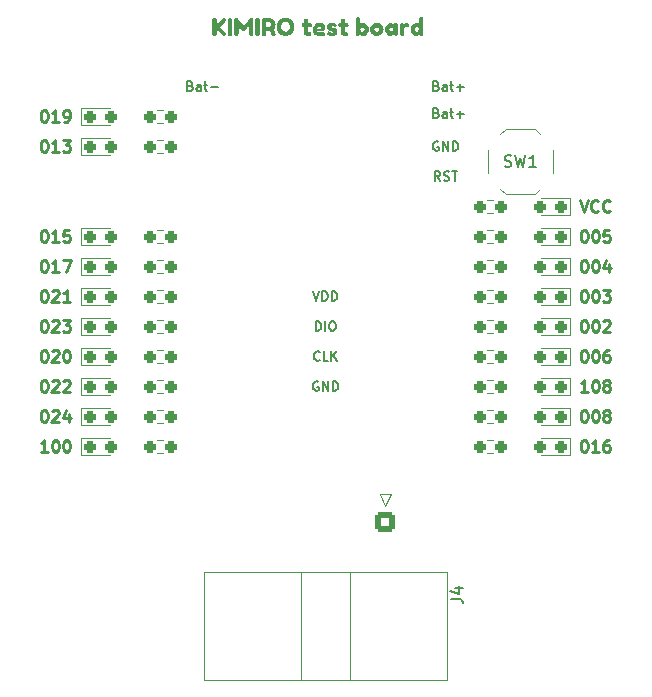
<source format=gbr>
G04 #@! TF.GenerationSoftware,KiCad,Pcbnew,(6.0.6)*
G04 #@! TF.CreationDate,2022-08-01T11:38:01+07:00*
G04 #@! TF.ProjectId,flashbed,666c6173-6862-4656-942e-6b696361645f,rev?*
G04 #@! TF.SameCoordinates,Original*
G04 #@! TF.FileFunction,Legend,Top*
G04 #@! TF.FilePolarity,Positive*
%FSLAX46Y46*%
G04 Gerber Fmt 4.6, Leading zero omitted, Abs format (unit mm)*
G04 Created by KiCad (PCBNEW (6.0.6)) date 2022-08-01 11:38:01*
%MOMM*%
%LPD*%
G01*
G04 APERTURE LIST*
G04 Aperture macros list*
%AMRoundRect*
0 Rectangle with rounded corners*
0 $1 Rounding radius*
0 $2 $3 $4 $5 $6 $7 $8 $9 X,Y pos of 4 corners*
0 Add a 4 corners polygon primitive as box body*
4,1,4,$2,$3,$4,$5,$6,$7,$8,$9,$2,$3,0*
0 Add four circle primitives for the rounded corners*
1,1,$1+$1,$2,$3*
1,1,$1+$1,$4,$5*
1,1,$1+$1,$6,$7*
1,1,$1+$1,$8,$9*
0 Add four rect primitives between the rounded corners*
20,1,$1+$1,$2,$3,$4,$5,0*
20,1,$1+$1,$4,$5,$6,$7,0*
20,1,$1+$1,$6,$7,$8,$9,0*
20,1,$1+$1,$8,$9,$2,$3,0*%
G04 Aperture macros list end*
%ADD10C,0.200000*%
%ADD11C,0.250000*%
%ADD12C,0.150000*%
%ADD13C,0.120000*%
%ADD14RoundRect,0.237500X-0.287500X-0.237500X0.287500X-0.237500X0.287500X0.237500X-0.287500X0.237500X0*%
%ADD15R,1.700000X1.000000*%
%ADD16RoundRect,0.237500X0.250000X0.237500X-0.250000X0.237500X-0.250000X-0.237500X0.250000X-0.237500X0*%
%ADD17C,2.000000*%
%ADD18RoundRect,0.237500X-0.250000X-0.237500X0.250000X-0.237500X0.250000X0.237500X-0.250000X0.237500X0*%
%ADD19RoundRect,0.237500X0.287500X0.237500X-0.287500X0.237500X-0.287500X-0.237500X0.287500X-0.237500X0*%
%ADD20RoundRect,0.250000X-0.600000X0.600000X-0.600000X-0.600000X0.600000X-0.600000X0.600000X0.600000X0*%
%ADD21C,1.700000*%
%ADD22C,0.800000*%
%ADD23C,6.400000*%
G04 APERTURE END LIST*
D10*
X81483333Y-51631904D02*
X81750000Y-52431904D01*
X82016666Y-51631904D01*
X82283333Y-52431904D02*
X82283333Y-51631904D01*
X82473809Y-51631904D01*
X82588095Y-51670000D01*
X82664285Y-51746190D01*
X82702380Y-51822380D01*
X82740476Y-51974761D01*
X82740476Y-52089047D01*
X82702380Y-52241428D01*
X82664285Y-52317619D01*
X82588095Y-52393809D01*
X82473809Y-52431904D01*
X82283333Y-52431904D01*
X83083333Y-52431904D02*
X83083333Y-51631904D01*
X83273809Y-51631904D01*
X83388095Y-51670000D01*
X83464285Y-51746190D01*
X83502380Y-51822380D01*
X83540476Y-51974761D01*
X83540476Y-52089047D01*
X83502380Y-52241428D01*
X83464285Y-52317619D01*
X83388095Y-52393809D01*
X83273809Y-52431904D01*
X83083333Y-52431904D01*
X71107428Y-34232857D02*
X71221714Y-34270952D01*
X71259809Y-34309047D01*
X71297904Y-34385238D01*
X71297904Y-34499523D01*
X71259809Y-34575714D01*
X71221714Y-34613809D01*
X71145523Y-34651904D01*
X70840761Y-34651904D01*
X70840761Y-33851904D01*
X71107428Y-33851904D01*
X71183619Y-33890000D01*
X71221714Y-33928095D01*
X71259809Y-34004285D01*
X71259809Y-34080476D01*
X71221714Y-34156666D01*
X71183619Y-34194761D01*
X71107428Y-34232857D01*
X70840761Y-34232857D01*
X71983619Y-34651904D02*
X71983619Y-34232857D01*
X71945523Y-34156666D01*
X71869333Y-34118571D01*
X71716952Y-34118571D01*
X71640761Y-34156666D01*
X71983619Y-34613809D02*
X71907428Y-34651904D01*
X71716952Y-34651904D01*
X71640761Y-34613809D01*
X71602666Y-34537619D01*
X71602666Y-34461428D01*
X71640761Y-34385238D01*
X71716952Y-34347142D01*
X71907428Y-34347142D01*
X71983619Y-34309047D01*
X72250285Y-34118571D02*
X72555047Y-34118571D01*
X72364571Y-33851904D02*
X72364571Y-34537619D01*
X72402666Y-34613809D01*
X72478857Y-34651904D01*
X72555047Y-34651904D01*
X72821714Y-34347142D02*
X73431238Y-34347142D01*
X81730952Y-54971904D02*
X81730952Y-54171904D01*
X81921428Y-54171904D01*
X82035714Y-54210000D01*
X82111904Y-54286190D01*
X82150000Y-54362380D01*
X82188095Y-54514761D01*
X82188095Y-54629047D01*
X82150000Y-54781428D01*
X82111904Y-54857619D01*
X82035714Y-54933809D01*
X81921428Y-54971904D01*
X81730952Y-54971904D01*
X82530952Y-54971904D02*
X82530952Y-54171904D01*
X83064285Y-54171904D02*
X83216666Y-54171904D01*
X83292857Y-54210000D01*
X83369047Y-54286190D01*
X83407142Y-54438571D01*
X83407142Y-54705238D01*
X83369047Y-54857619D01*
X83292857Y-54933809D01*
X83216666Y-54971904D01*
X83064285Y-54971904D01*
X82988095Y-54933809D01*
X82911904Y-54857619D01*
X82873809Y-54705238D01*
X82873809Y-54438571D01*
X82911904Y-54286190D01*
X82988095Y-54210000D01*
X83064285Y-54171904D01*
X91935428Y-34232857D02*
X92049714Y-34270952D01*
X92087809Y-34309047D01*
X92125904Y-34385238D01*
X92125904Y-34499523D01*
X92087809Y-34575714D01*
X92049714Y-34613809D01*
X91973523Y-34651904D01*
X91668761Y-34651904D01*
X91668761Y-33851904D01*
X91935428Y-33851904D01*
X92011619Y-33890000D01*
X92049714Y-33928095D01*
X92087809Y-34004285D01*
X92087809Y-34080476D01*
X92049714Y-34156666D01*
X92011619Y-34194761D01*
X91935428Y-34232857D01*
X91668761Y-34232857D01*
X92811619Y-34651904D02*
X92811619Y-34232857D01*
X92773523Y-34156666D01*
X92697333Y-34118571D01*
X92544952Y-34118571D01*
X92468761Y-34156666D01*
X92811619Y-34613809D02*
X92735428Y-34651904D01*
X92544952Y-34651904D01*
X92468761Y-34613809D01*
X92430666Y-34537619D01*
X92430666Y-34461428D01*
X92468761Y-34385238D01*
X92544952Y-34347142D01*
X92735428Y-34347142D01*
X92811619Y-34309047D01*
X93078285Y-34118571D02*
X93383047Y-34118571D01*
X93192571Y-33851904D02*
X93192571Y-34537619D01*
X93230666Y-34613809D01*
X93306857Y-34651904D01*
X93383047Y-34651904D01*
X93649714Y-34347142D02*
X94259238Y-34347142D01*
X93954476Y-34651904D02*
X93954476Y-34042380D01*
X81940476Y-59290000D02*
X81864285Y-59251904D01*
X81750000Y-59251904D01*
X81635714Y-59290000D01*
X81559523Y-59366190D01*
X81521428Y-59442380D01*
X81483333Y-59594761D01*
X81483333Y-59709047D01*
X81521428Y-59861428D01*
X81559523Y-59937619D01*
X81635714Y-60013809D01*
X81750000Y-60051904D01*
X81826190Y-60051904D01*
X81940476Y-60013809D01*
X81978571Y-59975714D01*
X81978571Y-59709047D01*
X81826190Y-59709047D01*
X82321428Y-60051904D02*
X82321428Y-59251904D01*
X82778571Y-60051904D01*
X82778571Y-59251904D01*
X83159523Y-60051904D02*
X83159523Y-59251904D01*
X83350000Y-59251904D01*
X83464285Y-59290000D01*
X83540476Y-59366190D01*
X83578571Y-59442380D01*
X83616666Y-59594761D01*
X83616666Y-59709047D01*
X83578571Y-59861428D01*
X83540476Y-59937619D01*
X83464285Y-60013809D01*
X83350000Y-60051904D01*
X83159523Y-60051904D01*
X91935428Y-36518857D02*
X92049714Y-36556952D01*
X92087809Y-36595047D01*
X92125904Y-36671238D01*
X92125904Y-36785523D01*
X92087809Y-36861714D01*
X92049714Y-36899809D01*
X91973523Y-36937904D01*
X91668761Y-36937904D01*
X91668761Y-36137904D01*
X91935428Y-36137904D01*
X92011619Y-36176000D01*
X92049714Y-36214095D01*
X92087809Y-36290285D01*
X92087809Y-36366476D01*
X92049714Y-36442666D01*
X92011619Y-36480761D01*
X91935428Y-36518857D01*
X91668761Y-36518857D01*
X92811619Y-36937904D02*
X92811619Y-36518857D01*
X92773523Y-36442666D01*
X92697333Y-36404571D01*
X92544952Y-36404571D01*
X92468761Y-36442666D01*
X92811619Y-36899809D02*
X92735428Y-36937904D01*
X92544952Y-36937904D01*
X92468761Y-36899809D01*
X92430666Y-36823619D01*
X92430666Y-36747428D01*
X92468761Y-36671238D01*
X92544952Y-36633142D01*
X92735428Y-36633142D01*
X92811619Y-36595047D01*
X93078285Y-36404571D02*
X93383047Y-36404571D01*
X93192571Y-36137904D02*
X93192571Y-36823619D01*
X93230666Y-36899809D01*
X93306857Y-36937904D01*
X93383047Y-36937904D01*
X93649714Y-36633142D02*
X94259238Y-36633142D01*
X93954476Y-36937904D02*
X93954476Y-36328380D01*
X92271904Y-42271904D02*
X92005238Y-41890952D01*
X91814761Y-42271904D02*
X91814761Y-41471904D01*
X92119523Y-41471904D01*
X92195714Y-41510000D01*
X92233809Y-41548095D01*
X92271904Y-41624285D01*
X92271904Y-41738571D01*
X92233809Y-41814761D01*
X92195714Y-41852857D01*
X92119523Y-41890952D01*
X91814761Y-41890952D01*
X92576666Y-42233809D02*
X92690952Y-42271904D01*
X92881428Y-42271904D01*
X92957619Y-42233809D01*
X92995714Y-42195714D01*
X93033809Y-42119523D01*
X93033809Y-42043333D01*
X92995714Y-41967142D01*
X92957619Y-41929047D01*
X92881428Y-41890952D01*
X92729047Y-41852857D01*
X92652857Y-41814761D01*
X92614761Y-41776666D01*
X92576666Y-41700476D01*
X92576666Y-41624285D01*
X92614761Y-41548095D01*
X92652857Y-41510000D01*
X92729047Y-41471904D01*
X92919523Y-41471904D01*
X93033809Y-41510000D01*
X93262380Y-41471904D02*
X93719523Y-41471904D01*
X93490952Y-42271904D02*
X93490952Y-41471904D01*
X82073809Y-57435714D02*
X82035714Y-57473809D01*
X81921428Y-57511904D01*
X81845238Y-57511904D01*
X81730952Y-57473809D01*
X81654761Y-57397619D01*
X81616666Y-57321428D01*
X81578571Y-57169047D01*
X81578571Y-57054761D01*
X81616666Y-56902380D01*
X81654761Y-56826190D01*
X81730952Y-56750000D01*
X81845238Y-56711904D01*
X81921428Y-56711904D01*
X82035714Y-56750000D01*
X82073809Y-56788095D01*
X82797619Y-57511904D02*
X82416666Y-57511904D01*
X82416666Y-56711904D01*
X83064285Y-57511904D02*
X83064285Y-56711904D01*
X83521428Y-57511904D02*
X83178571Y-57054761D01*
X83521428Y-56711904D02*
X83064285Y-57169047D01*
X92100476Y-38970000D02*
X92024285Y-38931904D01*
X91910000Y-38931904D01*
X91795714Y-38970000D01*
X91719523Y-39046190D01*
X91681428Y-39122380D01*
X91643333Y-39274761D01*
X91643333Y-39389047D01*
X91681428Y-39541428D01*
X91719523Y-39617619D01*
X91795714Y-39693809D01*
X91910000Y-39731904D01*
X91986190Y-39731904D01*
X92100476Y-39693809D01*
X92138571Y-39655714D01*
X92138571Y-39389047D01*
X91986190Y-39389047D01*
X92481428Y-39731904D02*
X92481428Y-38931904D01*
X92938571Y-39731904D01*
X92938571Y-38931904D01*
X93319523Y-39731904D02*
X93319523Y-38931904D01*
X93510000Y-38931904D01*
X93624285Y-38970000D01*
X93700476Y-39046190D01*
X93738571Y-39122380D01*
X93776666Y-39274761D01*
X93776666Y-39389047D01*
X93738571Y-39541428D01*
X93700476Y-39617619D01*
X93624285Y-39693809D01*
X93510000Y-39731904D01*
X93319523Y-39731904D01*
D11*
X58690000Y-36282380D02*
X58785238Y-36282380D01*
X58880476Y-36330000D01*
X58928095Y-36377619D01*
X58975714Y-36472857D01*
X59023333Y-36663333D01*
X59023333Y-36901428D01*
X58975714Y-37091904D01*
X58928095Y-37187142D01*
X58880476Y-37234761D01*
X58785238Y-37282380D01*
X58690000Y-37282380D01*
X58594761Y-37234761D01*
X58547142Y-37187142D01*
X58499523Y-37091904D01*
X58451904Y-36901428D01*
X58451904Y-36663333D01*
X58499523Y-36472857D01*
X58547142Y-36377619D01*
X58594761Y-36330000D01*
X58690000Y-36282380D01*
X59975714Y-37282380D02*
X59404285Y-37282380D01*
X59690000Y-37282380D02*
X59690000Y-36282380D01*
X59594761Y-36425238D01*
X59499523Y-36520476D01*
X59404285Y-36568095D01*
X60451904Y-37282380D02*
X60642380Y-37282380D01*
X60737619Y-37234761D01*
X60785238Y-37187142D01*
X60880476Y-37044285D01*
X60928095Y-36853809D01*
X60928095Y-36472857D01*
X60880476Y-36377619D01*
X60832857Y-36330000D01*
X60737619Y-36282380D01*
X60547142Y-36282380D01*
X60451904Y-36330000D01*
X60404285Y-36377619D01*
X60356666Y-36472857D01*
X60356666Y-36710952D01*
X60404285Y-36806190D01*
X60451904Y-36853809D01*
X60547142Y-36901428D01*
X60737619Y-36901428D01*
X60832857Y-36853809D01*
X60880476Y-36806190D01*
X60928095Y-36710952D01*
D12*
X97726666Y-41044761D02*
X97869523Y-41092380D01*
X98107619Y-41092380D01*
X98202857Y-41044761D01*
X98250476Y-40997142D01*
X98298095Y-40901904D01*
X98298095Y-40806666D01*
X98250476Y-40711428D01*
X98202857Y-40663809D01*
X98107619Y-40616190D01*
X97917142Y-40568571D01*
X97821904Y-40520952D01*
X97774285Y-40473333D01*
X97726666Y-40378095D01*
X97726666Y-40282857D01*
X97774285Y-40187619D01*
X97821904Y-40140000D01*
X97917142Y-40092380D01*
X98155238Y-40092380D01*
X98298095Y-40140000D01*
X98631428Y-40092380D02*
X98869523Y-41092380D01*
X99060000Y-40378095D01*
X99250476Y-41092380D01*
X99488571Y-40092380D01*
X100393333Y-41092380D02*
X99821904Y-41092380D01*
X100107619Y-41092380D02*
X100107619Y-40092380D01*
X100012380Y-40235238D01*
X99917142Y-40330476D01*
X99821904Y-40378095D01*
D11*
X104410000Y-64222380D02*
X104505238Y-64222380D01*
X104600476Y-64270000D01*
X104648095Y-64317619D01*
X104695714Y-64412857D01*
X104743333Y-64603333D01*
X104743333Y-64841428D01*
X104695714Y-65031904D01*
X104648095Y-65127142D01*
X104600476Y-65174761D01*
X104505238Y-65222380D01*
X104410000Y-65222380D01*
X104314761Y-65174761D01*
X104267142Y-65127142D01*
X104219523Y-65031904D01*
X104171904Y-64841428D01*
X104171904Y-64603333D01*
X104219523Y-64412857D01*
X104267142Y-64317619D01*
X104314761Y-64270000D01*
X104410000Y-64222380D01*
X105695714Y-65222380D02*
X105124285Y-65222380D01*
X105410000Y-65222380D02*
X105410000Y-64222380D01*
X105314761Y-64365238D01*
X105219523Y-64460476D01*
X105124285Y-64508095D01*
X106552857Y-64222380D02*
X106362380Y-64222380D01*
X106267142Y-64270000D01*
X106219523Y-64317619D01*
X106124285Y-64460476D01*
X106076666Y-64650952D01*
X106076666Y-65031904D01*
X106124285Y-65127142D01*
X106171904Y-65174761D01*
X106267142Y-65222380D01*
X106457619Y-65222380D01*
X106552857Y-65174761D01*
X106600476Y-65127142D01*
X106648095Y-65031904D01*
X106648095Y-64793809D01*
X106600476Y-64698571D01*
X106552857Y-64650952D01*
X106457619Y-64603333D01*
X106267142Y-64603333D01*
X106171904Y-64650952D01*
X106124285Y-64698571D01*
X106076666Y-64793809D01*
X104410000Y-51522380D02*
X104505238Y-51522380D01*
X104600476Y-51570000D01*
X104648095Y-51617619D01*
X104695714Y-51712857D01*
X104743333Y-51903333D01*
X104743333Y-52141428D01*
X104695714Y-52331904D01*
X104648095Y-52427142D01*
X104600476Y-52474761D01*
X104505238Y-52522380D01*
X104410000Y-52522380D01*
X104314761Y-52474761D01*
X104267142Y-52427142D01*
X104219523Y-52331904D01*
X104171904Y-52141428D01*
X104171904Y-51903333D01*
X104219523Y-51712857D01*
X104267142Y-51617619D01*
X104314761Y-51570000D01*
X104410000Y-51522380D01*
X105362380Y-51522380D02*
X105457619Y-51522380D01*
X105552857Y-51570000D01*
X105600476Y-51617619D01*
X105648095Y-51712857D01*
X105695714Y-51903333D01*
X105695714Y-52141428D01*
X105648095Y-52331904D01*
X105600476Y-52427142D01*
X105552857Y-52474761D01*
X105457619Y-52522380D01*
X105362380Y-52522380D01*
X105267142Y-52474761D01*
X105219523Y-52427142D01*
X105171904Y-52331904D01*
X105124285Y-52141428D01*
X105124285Y-51903333D01*
X105171904Y-51712857D01*
X105219523Y-51617619D01*
X105267142Y-51570000D01*
X105362380Y-51522380D01*
X106029047Y-51522380D02*
X106648095Y-51522380D01*
X106314761Y-51903333D01*
X106457619Y-51903333D01*
X106552857Y-51950952D01*
X106600476Y-51998571D01*
X106648095Y-52093809D01*
X106648095Y-52331904D01*
X106600476Y-52427142D01*
X106552857Y-52474761D01*
X106457619Y-52522380D01*
X106171904Y-52522380D01*
X106076666Y-52474761D01*
X106029047Y-52427142D01*
X58690000Y-38822380D02*
X58785238Y-38822380D01*
X58880476Y-38870000D01*
X58928095Y-38917619D01*
X58975714Y-39012857D01*
X59023333Y-39203333D01*
X59023333Y-39441428D01*
X58975714Y-39631904D01*
X58928095Y-39727142D01*
X58880476Y-39774761D01*
X58785238Y-39822380D01*
X58690000Y-39822380D01*
X58594761Y-39774761D01*
X58547142Y-39727142D01*
X58499523Y-39631904D01*
X58451904Y-39441428D01*
X58451904Y-39203333D01*
X58499523Y-39012857D01*
X58547142Y-38917619D01*
X58594761Y-38870000D01*
X58690000Y-38822380D01*
X59975714Y-39822380D02*
X59404285Y-39822380D01*
X59690000Y-39822380D02*
X59690000Y-38822380D01*
X59594761Y-38965238D01*
X59499523Y-39060476D01*
X59404285Y-39108095D01*
X60309047Y-38822380D02*
X60928095Y-38822380D01*
X60594761Y-39203333D01*
X60737619Y-39203333D01*
X60832857Y-39250952D01*
X60880476Y-39298571D01*
X60928095Y-39393809D01*
X60928095Y-39631904D01*
X60880476Y-39727142D01*
X60832857Y-39774761D01*
X60737619Y-39822380D01*
X60451904Y-39822380D01*
X60356666Y-39774761D01*
X60309047Y-39727142D01*
X104410000Y-54062380D02*
X104505238Y-54062380D01*
X104600476Y-54110000D01*
X104648095Y-54157619D01*
X104695714Y-54252857D01*
X104743333Y-54443333D01*
X104743333Y-54681428D01*
X104695714Y-54871904D01*
X104648095Y-54967142D01*
X104600476Y-55014761D01*
X104505238Y-55062380D01*
X104410000Y-55062380D01*
X104314761Y-55014761D01*
X104267142Y-54967142D01*
X104219523Y-54871904D01*
X104171904Y-54681428D01*
X104171904Y-54443333D01*
X104219523Y-54252857D01*
X104267142Y-54157619D01*
X104314761Y-54110000D01*
X104410000Y-54062380D01*
X105362380Y-54062380D02*
X105457619Y-54062380D01*
X105552857Y-54110000D01*
X105600476Y-54157619D01*
X105648095Y-54252857D01*
X105695714Y-54443333D01*
X105695714Y-54681428D01*
X105648095Y-54871904D01*
X105600476Y-54967142D01*
X105552857Y-55014761D01*
X105457619Y-55062380D01*
X105362380Y-55062380D01*
X105267142Y-55014761D01*
X105219523Y-54967142D01*
X105171904Y-54871904D01*
X105124285Y-54681428D01*
X105124285Y-54443333D01*
X105171904Y-54252857D01*
X105219523Y-54157619D01*
X105267142Y-54110000D01*
X105362380Y-54062380D01*
X106076666Y-54157619D02*
X106124285Y-54110000D01*
X106219523Y-54062380D01*
X106457619Y-54062380D01*
X106552857Y-54110000D01*
X106600476Y-54157619D01*
X106648095Y-54252857D01*
X106648095Y-54348095D01*
X106600476Y-54490952D01*
X106029047Y-55062380D01*
X106648095Y-55062380D01*
X104743333Y-60142380D02*
X104171904Y-60142380D01*
X104457619Y-60142380D02*
X104457619Y-59142380D01*
X104362380Y-59285238D01*
X104267142Y-59380476D01*
X104171904Y-59428095D01*
X105362380Y-59142380D02*
X105457619Y-59142380D01*
X105552857Y-59190000D01*
X105600476Y-59237619D01*
X105648095Y-59332857D01*
X105695714Y-59523333D01*
X105695714Y-59761428D01*
X105648095Y-59951904D01*
X105600476Y-60047142D01*
X105552857Y-60094761D01*
X105457619Y-60142380D01*
X105362380Y-60142380D01*
X105267142Y-60094761D01*
X105219523Y-60047142D01*
X105171904Y-59951904D01*
X105124285Y-59761428D01*
X105124285Y-59523333D01*
X105171904Y-59332857D01*
X105219523Y-59237619D01*
X105267142Y-59190000D01*
X105362380Y-59142380D01*
X106267142Y-59570952D02*
X106171904Y-59523333D01*
X106124285Y-59475714D01*
X106076666Y-59380476D01*
X106076666Y-59332857D01*
X106124285Y-59237619D01*
X106171904Y-59190000D01*
X106267142Y-59142380D01*
X106457619Y-59142380D01*
X106552857Y-59190000D01*
X106600476Y-59237619D01*
X106648095Y-59332857D01*
X106648095Y-59380476D01*
X106600476Y-59475714D01*
X106552857Y-59523333D01*
X106457619Y-59570952D01*
X106267142Y-59570952D01*
X106171904Y-59618571D01*
X106124285Y-59666190D01*
X106076666Y-59761428D01*
X106076666Y-59951904D01*
X106124285Y-60047142D01*
X106171904Y-60094761D01*
X106267142Y-60142380D01*
X106457619Y-60142380D01*
X106552857Y-60094761D01*
X106600476Y-60047142D01*
X106648095Y-59951904D01*
X106648095Y-59761428D01*
X106600476Y-59666190D01*
X106552857Y-59618571D01*
X106457619Y-59570952D01*
X58690000Y-59142380D02*
X58785238Y-59142380D01*
X58880476Y-59190000D01*
X58928095Y-59237619D01*
X58975714Y-59332857D01*
X59023333Y-59523333D01*
X59023333Y-59761428D01*
X58975714Y-59951904D01*
X58928095Y-60047142D01*
X58880476Y-60094761D01*
X58785238Y-60142380D01*
X58690000Y-60142380D01*
X58594761Y-60094761D01*
X58547142Y-60047142D01*
X58499523Y-59951904D01*
X58451904Y-59761428D01*
X58451904Y-59523333D01*
X58499523Y-59332857D01*
X58547142Y-59237619D01*
X58594761Y-59190000D01*
X58690000Y-59142380D01*
X59404285Y-59237619D02*
X59451904Y-59190000D01*
X59547142Y-59142380D01*
X59785238Y-59142380D01*
X59880476Y-59190000D01*
X59928095Y-59237619D01*
X59975714Y-59332857D01*
X59975714Y-59428095D01*
X59928095Y-59570952D01*
X59356666Y-60142380D01*
X59975714Y-60142380D01*
X60356666Y-59237619D02*
X60404285Y-59190000D01*
X60499523Y-59142380D01*
X60737619Y-59142380D01*
X60832857Y-59190000D01*
X60880476Y-59237619D01*
X60928095Y-59332857D01*
X60928095Y-59428095D01*
X60880476Y-59570952D01*
X60309047Y-60142380D01*
X60928095Y-60142380D01*
X58690000Y-56602380D02*
X58785238Y-56602380D01*
X58880476Y-56650000D01*
X58928095Y-56697619D01*
X58975714Y-56792857D01*
X59023333Y-56983333D01*
X59023333Y-57221428D01*
X58975714Y-57411904D01*
X58928095Y-57507142D01*
X58880476Y-57554761D01*
X58785238Y-57602380D01*
X58690000Y-57602380D01*
X58594761Y-57554761D01*
X58547142Y-57507142D01*
X58499523Y-57411904D01*
X58451904Y-57221428D01*
X58451904Y-56983333D01*
X58499523Y-56792857D01*
X58547142Y-56697619D01*
X58594761Y-56650000D01*
X58690000Y-56602380D01*
X59404285Y-56697619D02*
X59451904Y-56650000D01*
X59547142Y-56602380D01*
X59785238Y-56602380D01*
X59880476Y-56650000D01*
X59928095Y-56697619D01*
X59975714Y-56792857D01*
X59975714Y-56888095D01*
X59928095Y-57030952D01*
X59356666Y-57602380D01*
X59975714Y-57602380D01*
X60594761Y-56602380D02*
X60690000Y-56602380D01*
X60785238Y-56650000D01*
X60832857Y-56697619D01*
X60880476Y-56792857D01*
X60928095Y-56983333D01*
X60928095Y-57221428D01*
X60880476Y-57411904D01*
X60832857Y-57507142D01*
X60785238Y-57554761D01*
X60690000Y-57602380D01*
X60594761Y-57602380D01*
X60499523Y-57554761D01*
X60451904Y-57507142D01*
X60404285Y-57411904D01*
X60356666Y-57221428D01*
X60356666Y-56983333D01*
X60404285Y-56792857D01*
X60451904Y-56697619D01*
X60499523Y-56650000D01*
X60594761Y-56602380D01*
X58690000Y-46442380D02*
X58785238Y-46442380D01*
X58880476Y-46490000D01*
X58928095Y-46537619D01*
X58975714Y-46632857D01*
X59023333Y-46823333D01*
X59023333Y-47061428D01*
X58975714Y-47251904D01*
X58928095Y-47347142D01*
X58880476Y-47394761D01*
X58785238Y-47442380D01*
X58690000Y-47442380D01*
X58594761Y-47394761D01*
X58547142Y-47347142D01*
X58499523Y-47251904D01*
X58451904Y-47061428D01*
X58451904Y-46823333D01*
X58499523Y-46632857D01*
X58547142Y-46537619D01*
X58594761Y-46490000D01*
X58690000Y-46442380D01*
X59975714Y-47442380D02*
X59404285Y-47442380D01*
X59690000Y-47442380D02*
X59690000Y-46442380D01*
X59594761Y-46585238D01*
X59499523Y-46680476D01*
X59404285Y-46728095D01*
X60880476Y-46442380D02*
X60404285Y-46442380D01*
X60356666Y-46918571D01*
X60404285Y-46870952D01*
X60499523Y-46823333D01*
X60737619Y-46823333D01*
X60832857Y-46870952D01*
X60880476Y-46918571D01*
X60928095Y-47013809D01*
X60928095Y-47251904D01*
X60880476Y-47347142D01*
X60832857Y-47394761D01*
X60737619Y-47442380D01*
X60499523Y-47442380D01*
X60404285Y-47394761D01*
X60356666Y-47347142D01*
X104410000Y-48982380D02*
X104505238Y-48982380D01*
X104600476Y-49030000D01*
X104648095Y-49077619D01*
X104695714Y-49172857D01*
X104743333Y-49363333D01*
X104743333Y-49601428D01*
X104695714Y-49791904D01*
X104648095Y-49887142D01*
X104600476Y-49934761D01*
X104505238Y-49982380D01*
X104410000Y-49982380D01*
X104314761Y-49934761D01*
X104267142Y-49887142D01*
X104219523Y-49791904D01*
X104171904Y-49601428D01*
X104171904Y-49363333D01*
X104219523Y-49172857D01*
X104267142Y-49077619D01*
X104314761Y-49030000D01*
X104410000Y-48982380D01*
X105362380Y-48982380D02*
X105457619Y-48982380D01*
X105552857Y-49030000D01*
X105600476Y-49077619D01*
X105648095Y-49172857D01*
X105695714Y-49363333D01*
X105695714Y-49601428D01*
X105648095Y-49791904D01*
X105600476Y-49887142D01*
X105552857Y-49934761D01*
X105457619Y-49982380D01*
X105362380Y-49982380D01*
X105267142Y-49934761D01*
X105219523Y-49887142D01*
X105171904Y-49791904D01*
X105124285Y-49601428D01*
X105124285Y-49363333D01*
X105171904Y-49172857D01*
X105219523Y-49077619D01*
X105267142Y-49030000D01*
X105362380Y-48982380D01*
X106552857Y-49315714D02*
X106552857Y-49982380D01*
X106314761Y-48934761D02*
X106076666Y-49649047D01*
X106695714Y-49649047D01*
D12*
X93182380Y-77668333D02*
X93896666Y-77668333D01*
X94039523Y-77715952D01*
X94134761Y-77811190D01*
X94182380Y-77954047D01*
X94182380Y-78049285D01*
X93515714Y-76763571D02*
X94182380Y-76763571D01*
X93134761Y-77001666D02*
X93849047Y-77239761D01*
X93849047Y-76620714D01*
D11*
X104076666Y-43902380D02*
X104410000Y-44902380D01*
X104743333Y-43902380D01*
X105648095Y-44807142D02*
X105600476Y-44854761D01*
X105457619Y-44902380D01*
X105362380Y-44902380D01*
X105219523Y-44854761D01*
X105124285Y-44759523D01*
X105076666Y-44664285D01*
X105029047Y-44473809D01*
X105029047Y-44330952D01*
X105076666Y-44140476D01*
X105124285Y-44045238D01*
X105219523Y-43950000D01*
X105362380Y-43902380D01*
X105457619Y-43902380D01*
X105600476Y-43950000D01*
X105648095Y-43997619D01*
X106648095Y-44807142D02*
X106600476Y-44854761D01*
X106457619Y-44902380D01*
X106362380Y-44902380D01*
X106219523Y-44854761D01*
X106124285Y-44759523D01*
X106076666Y-44664285D01*
X106029047Y-44473809D01*
X106029047Y-44330952D01*
X106076666Y-44140476D01*
X106124285Y-44045238D01*
X106219523Y-43950000D01*
X106362380Y-43902380D01*
X106457619Y-43902380D01*
X106600476Y-43950000D01*
X106648095Y-43997619D01*
X58690000Y-61682380D02*
X58785238Y-61682380D01*
X58880476Y-61730000D01*
X58928095Y-61777619D01*
X58975714Y-61872857D01*
X59023333Y-62063333D01*
X59023333Y-62301428D01*
X58975714Y-62491904D01*
X58928095Y-62587142D01*
X58880476Y-62634761D01*
X58785238Y-62682380D01*
X58690000Y-62682380D01*
X58594761Y-62634761D01*
X58547142Y-62587142D01*
X58499523Y-62491904D01*
X58451904Y-62301428D01*
X58451904Y-62063333D01*
X58499523Y-61872857D01*
X58547142Y-61777619D01*
X58594761Y-61730000D01*
X58690000Y-61682380D01*
X59404285Y-61777619D02*
X59451904Y-61730000D01*
X59547142Y-61682380D01*
X59785238Y-61682380D01*
X59880476Y-61730000D01*
X59928095Y-61777619D01*
X59975714Y-61872857D01*
X59975714Y-61968095D01*
X59928095Y-62110952D01*
X59356666Y-62682380D01*
X59975714Y-62682380D01*
X60832857Y-62015714D02*
X60832857Y-62682380D01*
X60594761Y-61634761D02*
X60356666Y-62349047D01*
X60975714Y-62349047D01*
X104410000Y-56602380D02*
X104505238Y-56602380D01*
X104600476Y-56650000D01*
X104648095Y-56697619D01*
X104695714Y-56792857D01*
X104743333Y-56983333D01*
X104743333Y-57221428D01*
X104695714Y-57411904D01*
X104648095Y-57507142D01*
X104600476Y-57554761D01*
X104505238Y-57602380D01*
X104410000Y-57602380D01*
X104314761Y-57554761D01*
X104267142Y-57507142D01*
X104219523Y-57411904D01*
X104171904Y-57221428D01*
X104171904Y-56983333D01*
X104219523Y-56792857D01*
X104267142Y-56697619D01*
X104314761Y-56650000D01*
X104410000Y-56602380D01*
X105362380Y-56602380D02*
X105457619Y-56602380D01*
X105552857Y-56650000D01*
X105600476Y-56697619D01*
X105648095Y-56792857D01*
X105695714Y-56983333D01*
X105695714Y-57221428D01*
X105648095Y-57411904D01*
X105600476Y-57507142D01*
X105552857Y-57554761D01*
X105457619Y-57602380D01*
X105362380Y-57602380D01*
X105267142Y-57554761D01*
X105219523Y-57507142D01*
X105171904Y-57411904D01*
X105124285Y-57221428D01*
X105124285Y-56983333D01*
X105171904Y-56792857D01*
X105219523Y-56697619D01*
X105267142Y-56650000D01*
X105362380Y-56602380D01*
X106552857Y-56602380D02*
X106362380Y-56602380D01*
X106267142Y-56650000D01*
X106219523Y-56697619D01*
X106124285Y-56840476D01*
X106076666Y-57030952D01*
X106076666Y-57411904D01*
X106124285Y-57507142D01*
X106171904Y-57554761D01*
X106267142Y-57602380D01*
X106457619Y-57602380D01*
X106552857Y-57554761D01*
X106600476Y-57507142D01*
X106648095Y-57411904D01*
X106648095Y-57173809D01*
X106600476Y-57078571D01*
X106552857Y-57030952D01*
X106457619Y-56983333D01*
X106267142Y-56983333D01*
X106171904Y-57030952D01*
X106124285Y-57078571D01*
X106076666Y-57173809D01*
X58690000Y-48982380D02*
X58785238Y-48982380D01*
X58880476Y-49030000D01*
X58928095Y-49077619D01*
X58975714Y-49172857D01*
X59023333Y-49363333D01*
X59023333Y-49601428D01*
X58975714Y-49791904D01*
X58928095Y-49887142D01*
X58880476Y-49934761D01*
X58785238Y-49982380D01*
X58690000Y-49982380D01*
X58594761Y-49934761D01*
X58547142Y-49887142D01*
X58499523Y-49791904D01*
X58451904Y-49601428D01*
X58451904Y-49363333D01*
X58499523Y-49172857D01*
X58547142Y-49077619D01*
X58594761Y-49030000D01*
X58690000Y-48982380D01*
X59975714Y-49982380D02*
X59404285Y-49982380D01*
X59690000Y-49982380D02*
X59690000Y-48982380D01*
X59594761Y-49125238D01*
X59499523Y-49220476D01*
X59404285Y-49268095D01*
X60309047Y-48982380D02*
X60975714Y-48982380D01*
X60547142Y-49982380D01*
X104410000Y-61682380D02*
X104505238Y-61682380D01*
X104600476Y-61730000D01*
X104648095Y-61777619D01*
X104695714Y-61872857D01*
X104743333Y-62063333D01*
X104743333Y-62301428D01*
X104695714Y-62491904D01*
X104648095Y-62587142D01*
X104600476Y-62634761D01*
X104505238Y-62682380D01*
X104410000Y-62682380D01*
X104314761Y-62634761D01*
X104267142Y-62587142D01*
X104219523Y-62491904D01*
X104171904Y-62301428D01*
X104171904Y-62063333D01*
X104219523Y-61872857D01*
X104267142Y-61777619D01*
X104314761Y-61730000D01*
X104410000Y-61682380D01*
X105362380Y-61682380D02*
X105457619Y-61682380D01*
X105552857Y-61730000D01*
X105600476Y-61777619D01*
X105648095Y-61872857D01*
X105695714Y-62063333D01*
X105695714Y-62301428D01*
X105648095Y-62491904D01*
X105600476Y-62587142D01*
X105552857Y-62634761D01*
X105457619Y-62682380D01*
X105362380Y-62682380D01*
X105267142Y-62634761D01*
X105219523Y-62587142D01*
X105171904Y-62491904D01*
X105124285Y-62301428D01*
X105124285Y-62063333D01*
X105171904Y-61872857D01*
X105219523Y-61777619D01*
X105267142Y-61730000D01*
X105362380Y-61682380D01*
X106267142Y-62110952D02*
X106171904Y-62063333D01*
X106124285Y-62015714D01*
X106076666Y-61920476D01*
X106076666Y-61872857D01*
X106124285Y-61777619D01*
X106171904Y-61730000D01*
X106267142Y-61682380D01*
X106457619Y-61682380D01*
X106552857Y-61730000D01*
X106600476Y-61777619D01*
X106648095Y-61872857D01*
X106648095Y-61920476D01*
X106600476Y-62015714D01*
X106552857Y-62063333D01*
X106457619Y-62110952D01*
X106267142Y-62110952D01*
X106171904Y-62158571D01*
X106124285Y-62206190D01*
X106076666Y-62301428D01*
X106076666Y-62491904D01*
X106124285Y-62587142D01*
X106171904Y-62634761D01*
X106267142Y-62682380D01*
X106457619Y-62682380D01*
X106552857Y-62634761D01*
X106600476Y-62587142D01*
X106648095Y-62491904D01*
X106648095Y-62301428D01*
X106600476Y-62206190D01*
X106552857Y-62158571D01*
X106457619Y-62110952D01*
D12*
X107188095Y-79192380D02*
X107188095Y-78192380D01*
X107188095Y-78668571D02*
X107759523Y-78668571D01*
X107759523Y-79192380D02*
X107759523Y-78192380D01*
X108664285Y-78525714D02*
X108664285Y-79192380D01*
X108426190Y-78144761D02*
X108188095Y-78859047D01*
X108807142Y-78859047D01*
D11*
X58690000Y-54062380D02*
X58785238Y-54062380D01*
X58880476Y-54110000D01*
X58928095Y-54157619D01*
X58975714Y-54252857D01*
X59023333Y-54443333D01*
X59023333Y-54681428D01*
X58975714Y-54871904D01*
X58928095Y-54967142D01*
X58880476Y-55014761D01*
X58785238Y-55062380D01*
X58690000Y-55062380D01*
X58594761Y-55014761D01*
X58547142Y-54967142D01*
X58499523Y-54871904D01*
X58451904Y-54681428D01*
X58451904Y-54443333D01*
X58499523Y-54252857D01*
X58547142Y-54157619D01*
X58594761Y-54110000D01*
X58690000Y-54062380D01*
X59404285Y-54157619D02*
X59451904Y-54110000D01*
X59547142Y-54062380D01*
X59785238Y-54062380D01*
X59880476Y-54110000D01*
X59928095Y-54157619D01*
X59975714Y-54252857D01*
X59975714Y-54348095D01*
X59928095Y-54490952D01*
X59356666Y-55062380D01*
X59975714Y-55062380D01*
X60309047Y-54062380D02*
X60928095Y-54062380D01*
X60594761Y-54443333D01*
X60737619Y-54443333D01*
X60832857Y-54490952D01*
X60880476Y-54538571D01*
X60928095Y-54633809D01*
X60928095Y-54871904D01*
X60880476Y-54967142D01*
X60832857Y-55014761D01*
X60737619Y-55062380D01*
X60451904Y-55062380D01*
X60356666Y-55014761D01*
X60309047Y-54967142D01*
D12*
X56388095Y-32532380D02*
X56388095Y-31532380D01*
X56388095Y-32008571D02*
X56959523Y-32008571D01*
X56959523Y-32532380D02*
X56959523Y-31532380D01*
X57388095Y-31627619D02*
X57435714Y-31580000D01*
X57530952Y-31532380D01*
X57769047Y-31532380D01*
X57864285Y-31580000D01*
X57911904Y-31627619D01*
X57959523Y-31722857D01*
X57959523Y-31818095D01*
X57911904Y-31960952D01*
X57340476Y-32532380D01*
X57959523Y-32532380D01*
D11*
X59023333Y-65222380D02*
X58451904Y-65222380D01*
X58737619Y-65222380D02*
X58737619Y-64222380D01*
X58642380Y-64365238D01*
X58547142Y-64460476D01*
X58451904Y-64508095D01*
X59642380Y-64222380D02*
X59737619Y-64222380D01*
X59832857Y-64270000D01*
X59880476Y-64317619D01*
X59928095Y-64412857D01*
X59975714Y-64603333D01*
X59975714Y-64841428D01*
X59928095Y-65031904D01*
X59880476Y-65127142D01*
X59832857Y-65174761D01*
X59737619Y-65222380D01*
X59642380Y-65222380D01*
X59547142Y-65174761D01*
X59499523Y-65127142D01*
X59451904Y-65031904D01*
X59404285Y-64841428D01*
X59404285Y-64603333D01*
X59451904Y-64412857D01*
X59499523Y-64317619D01*
X59547142Y-64270000D01*
X59642380Y-64222380D01*
X60594761Y-64222380D02*
X60690000Y-64222380D01*
X60785238Y-64270000D01*
X60832857Y-64317619D01*
X60880476Y-64412857D01*
X60928095Y-64603333D01*
X60928095Y-64841428D01*
X60880476Y-65031904D01*
X60832857Y-65127142D01*
X60785238Y-65174761D01*
X60690000Y-65222380D01*
X60594761Y-65222380D01*
X60499523Y-65174761D01*
X60451904Y-65127142D01*
X60404285Y-65031904D01*
X60356666Y-64841428D01*
X60356666Y-64603333D01*
X60404285Y-64412857D01*
X60451904Y-64317619D01*
X60499523Y-64270000D01*
X60594761Y-64222380D01*
X58690000Y-51522380D02*
X58785238Y-51522380D01*
X58880476Y-51570000D01*
X58928095Y-51617619D01*
X58975714Y-51712857D01*
X59023333Y-51903333D01*
X59023333Y-52141428D01*
X58975714Y-52331904D01*
X58928095Y-52427142D01*
X58880476Y-52474761D01*
X58785238Y-52522380D01*
X58690000Y-52522380D01*
X58594761Y-52474761D01*
X58547142Y-52427142D01*
X58499523Y-52331904D01*
X58451904Y-52141428D01*
X58451904Y-51903333D01*
X58499523Y-51712857D01*
X58547142Y-51617619D01*
X58594761Y-51570000D01*
X58690000Y-51522380D01*
X59404285Y-51617619D02*
X59451904Y-51570000D01*
X59547142Y-51522380D01*
X59785238Y-51522380D01*
X59880476Y-51570000D01*
X59928095Y-51617619D01*
X59975714Y-51712857D01*
X59975714Y-51808095D01*
X59928095Y-51950952D01*
X59356666Y-52522380D01*
X59975714Y-52522380D01*
X60928095Y-52522380D02*
X60356666Y-52522380D01*
X60642380Y-52522380D02*
X60642380Y-51522380D01*
X60547142Y-51665238D01*
X60451904Y-51760476D01*
X60356666Y-51808095D01*
D12*
X56388095Y-79192380D02*
X56388095Y-78192380D01*
X56388095Y-78668571D02*
X56959523Y-78668571D01*
X56959523Y-79192380D02*
X56959523Y-78192380D01*
X57340476Y-78192380D02*
X57959523Y-78192380D01*
X57626190Y-78573333D01*
X57769047Y-78573333D01*
X57864285Y-78620952D01*
X57911904Y-78668571D01*
X57959523Y-78763809D01*
X57959523Y-79001904D01*
X57911904Y-79097142D01*
X57864285Y-79144761D01*
X57769047Y-79192380D01*
X57483333Y-79192380D01*
X57388095Y-79144761D01*
X57340476Y-79097142D01*
X107188095Y-32202380D02*
X107188095Y-31202380D01*
X107188095Y-31678571D02*
X107759523Y-31678571D01*
X107759523Y-32202380D02*
X107759523Y-31202380D01*
X108759523Y-32202380D02*
X108188095Y-32202380D01*
X108473809Y-32202380D02*
X108473809Y-31202380D01*
X108378571Y-31345238D01*
X108283333Y-31440476D01*
X108188095Y-31488095D01*
D11*
X104410000Y-46442380D02*
X104505238Y-46442380D01*
X104600476Y-46490000D01*
X104648095Y-46537619D01*
X104695714Y-46632857D01*
X104743333Y-46823333D01*
X104743333Y-47061428D01*
X104695714Y-47251904D01*
X104648095Y-47347142D01*
X104600476Y-47394761D01*
X104505238Y-47442380D01*
X104410000Y-47442380D01*
X104314761Y-47394761D01*
X104267142Y-47347142D01*
X104219523Y-47251904D01*
X104171904Y-47061428D01*
X104171904Y-46823333D01*
X104219523Y-46632857D01*
X104267142Y-46537619D01*
X104314761Y-46490000D01*
X104410000Y-46442380D01*
X105362380Y-46442380D02*
X105457619Y-46442380D01*
X105552857Y-46490000D01*
X105600476Y-46537619D01*
X105648095Y-46632857D01*
X105695714Y-46823333D01*
X105695714Y-47061428D01*
X105648095Y-47251904D01*
X105600476Y-47347142D01*
X105552857Y-47394761D01*
X105457619Y-47442380D01*
X105362380Y-47442380D01*
X105267142Y-47394761D01*
X105219523Y-47347142D01*
X105171904Y-47251904D01*
X105124285Y-47061428D01*
X105124285Y-46823333D01*
X105171904Y-46632857D01*
X105219523Y-46537619D01*
X105267142Y-46490000D01*
X105362380Y-46442380D01*
X106600476Y-46442380D02*
X106124285Y-46442380D01*
X106076666Y-46918571D01*
X106124285Y-46870952D01*
X106219523Y-46823333D01*
X106457619Y-46823333D01*
X106552857Y-46870952D01*
X106600476Y-46918571D01*
X106648095Y-47013809D01*
X106648095Y-47251904D01*
X106600476Y-47347142D01*
X106552857Y-47394761D01*
X106457619Y-47442380D01*
X106219523Y-47442380D01*
X106124285Y-47394761D01*
X106076666Y-47347142D01*
D13*
X61840000Y-36095000D02*
X61840000Y-37565000D01*
X61840000Y-37565000D02*
X64300000Y-37565000D01*
X64300000Y-36095000D02*
X61840000Y-36095000D01*
X97810000Y-43390000D02*
X100310000Y-43390000D01*
X97360000Y-42940000D02*
X97810000Y-43390000D01*
X100760000Y-42940000D02*
X100310000Y-43390000D01*
X101810000Y-39640000D02*
X101810000Y-41640000D01*
X97360000Y-38340000D02*
X97810000Y-37890000D01*
X97810000Y-37890000D02*
X100310000Y-37890000D01*
X96310000Y-39640000D02*
X96310000Y-41640000D01*
X100760000Y-38340000D02*
X100310000Y-37890000D01*
X68834724Y-52592500D02*
X68325276Y-52592500D01*
X68834724Y-51547500D02*
X68325276Y-51547500D01*
X96265276Y-55132500D02*
X96774724Y-55132500D01*
X96265276Y-54087500D02*
X96774724Y-54087500D01*
X68834724Y-50052500D02*
X68325276Y-50052500D01*
X68834724Y-49007500D02*
X68325276Y-49007500D01*
X96265276Y-49007500D02*
X96774724Y-49007500D01*
X96265276Y-50052500D02*
X96774724Y-50052500D01*
G36*
X85503861Y-29891038D02*
G01*
X85451236Y-29966880D01*
X85326379Y-29992161D01*
X85221643Y-29978231D01*
X85167470Y-29936440D01*
X85149928Y-29881751D01*
X85146833Y-29810551D01*
X85146833Y-29452491D01*
X85512116Y-29452491D01*
X85562678Y-29575284D01*
X85689599Y-29631005D01*
X85819615Y-29575284D01*
X85873273Y-29451459D01*
X85823743Y-29326602D01*
X85691663Y-29269849D01*
X85560614Y-29327634D01*
X85512116Y-29452491D01*
X85146833Y-29452491D01*
X85146833Y-28578492D01*
X85149928Y-28507293D01*
X85167470Y-28454667D01*
X85222159Y-28412877D01*
X85328443Y-28398946D01*
X85432662Y-28412877D01*
X85485288Y-28454667D01*
X85504893Y-28509357D01*
X85507989Y-28580556D01*
X85507989Y-29009816D01*
X85608081Y-28933973D01*
X85743256Y-28908692D01*
X85862380Y-28926808D01*
X85974855Y-28981153D01*
X86080679Y-29071729D01*
X86166096Y-29186267D01*
X86217345Y-29312500D01*
X86234429Y-29450427D01*
X86217460Y-29588240D01*
X86166554Y-29714128D01*
X86081711Y-29828093D01*
X85977377Y-29918096D01*
X85867998Y-29972097D01*
X85753575Y-29990098D01*
X85689599Y-29979545D01*
X85603437Y-29965333D01*
X85503861Y-29891038D01*
G37*
G36*
X81011593Y-28554243D02*
G01*
X81066799Y-28611512D01*
X81077118Y-28716764D01*
X81077118Y-28919011D01*
X81214357Y-28910756D01*
X81284524Y-28913852D01*
X81339214Y-28933457D01*
X81379457Y-28986599D01*
X81392871Y-29092366D01*
X81378941Y-29197102D01*
X81337150Y-29251275D01*
X81282461Y-29268817D01*
X81211261Y-29271912D01*
X81077118Y-29263657D01*
X81077118Y-29548455D01*
X81094659Y-29628941D01*
X81160699Y-29653706D01*
X81234994Y-29656802D01*
X81289684Y-29676407D01*
X81337150Y-29814679D01*
X81322704Y-29919414D01*
X81279365Y-29973588D01*
X81224676Y-29991129D01*
X81155540Y-29994225D01*
X81023919Y-29983448D01*
X80915228Y-29951116D01*
X80829468Y-29897229D01*
X80767555Y-29817660D01*
X80730408Y-29708281D01*
X80718025Y-29569093D01*
X80718025Y-29263657D01*
X80633411Y-29269849D01*
X80558084Y-29234765D01*
X80528160Y-29115067D01*
X80538479Y-28992274D01*
X80567371Y-28937585D01*
X80649921Y-28910756D01*
X80718025Y-28919011D01*
X80718025Y-28706445D01*
X80721121Y-28636277D01*
X80740726Y-28586747D01*
X80793868Y-28548052D01*
X80899635Y-28535154D01*
X81011593Y-28554243D01*
G37*
G36*
X74598490Y-28500586D02*
G01*
X74654728Y-28557855D01*
X74665046Y-28665170D01*
X74665046Y-29812615D01*
X74661951Y-29884846D01*
X74642345Y-29938504D01*
X74587656Y-29980295D01*
X74481373Y-29994225D01*
X74366834Y-29974619D01*
X74312145Y-29915803D01*
X74299763Y-29810551D01*
X74299763Y-28663106D01*
X74302858Y-28591907D01*
X74322464Y-28537217D01*
X74377153Y-28495427D01*
X74483436Y-28481496D01*
X74598490Y-28500586D01*
G37*
G36*
X76924337Y-28500586D02*
G01*
X76980574Y-28557855D01*
X76990893Y-28665170D01*
X76990893Y-29812615D01*
X76987797Y-29884846D01*
X76968191Y-29938504D01*
X76913502Y-29980295D01*
X76807219Y-29994225D01*
X76692681Y-29974619D01*
X76637991Y-29915803D01*
X76625609Y-29810551D01*
X76625609Y-28663106D01*
X76628704Y-28591907D01*
X76648310Y-28537217D01*
X76702999Y-28495427D01*
X76809283Y-28481496D01*
X76924337Y-28500586D01*
G37*
G36*
X84129920Y-28554243D02*
G01*
X84185125Y-28611512D01*
X84195444Y-28716764D01*
X84195444Y-28919011D01*
X84332683Y-28910756D01*
X84402851Y-28913852D01*
X84457540Y-28933457D01*
X84497783Y-28986599D01*
X84511198Y-29092366D01*
X84497267Y-29197102D01*
X84455476Y-29251275D01*
X84400787Y-29268817D01*
X84329588Y-29271912D01*
X84195444Y-29263657D01*
X84195444Y-29548455D01*
X84212986Y-29628941D01*
X84279026Y-29653706D01*
X84353321Y-29656802D01*
X84408010Y-29676407D01*
X84455476Y-29814679D01*
X84441030Y-29919414D01*
X84397691Y-29973588D01*
X84343002Y-29991129D01*
X84273866Y-29994225D01*
X84142245Y-29983448D01*
X84033554Y-29951116D01*
X83947794Y-29897229D01*
X83885881Y-29817660D01*
X83848734Y-29708281D01*
X83836351Y-29569093D01*
X83836351Y-29263657D01*
X83751738Y-29269849D01*
X83676411Y-29234765D01*
X83646486Y-29115067D01*
X83656805Y-28992274D01*
X83685698Y-28937585D01*
X83768248Y-28910756D01*
X83836351Y-28919011D01*
X83836351Y-28706445D01*
X83839447Y-28636277D01*
X83859053Y-28586747D01*
X83912194Y-28548052D01*
X84017961Y-28535154D01*
X84129920Y-28554243D01*
G37*
G36*
X77521276Y-29810551D02*
G01*
X77518181Y-29881751D01*
X77498575Y-29936440D01*
X77443886Y-29978231D01*
X77337603Y-29992161D01*
X77223064Y-29973072D01*
X77168375Y-29915803D01*
X77155993Y-29808488D01*
X77155993Y-29212064D01*
X77521276Y-29212064D01*
X77785436Y-29212064D01*
X77905134Y-29166661D01*
X77964983Y-29030454D01*
X77905134Y-28893214D01*
X77781309Y-28846780D01*
X77521276Y-28846780D01*
X77521276Y-29212064D01*
X77155993Y-29212064D01*
X77155993Y-28663106D01*
X77159088Y-28591907D01*
X77178694Y-28537217D01*
X77233383Y-28495427D01*
X77339666Y-28481496D01*
X77785436Y-28481496D01*
X77905363Y-28496172D01*
X78022997Y-28540198D01*
X78138338Y-28613576D01*
X78213664Y-28688903D01*
X78274545Y-28786931D01*
X78314788Y-28902501D01*
X78328203Y-29030454D01*
X78311005Y-29176751D01*
X78259411Y-29304703D01*
X78173421Y-29414311D01*
X78209193Y-29498925D01*
X78255971Y-29606928D01*
X78313756Y-29738320D01*
X78344713Y-29845635D01*
X78312724Y-29917866D01*
X78216760Y-29977715D01*
X78110477Y-30006607D01*
X78044437Y-29987002D01*
X78006258Y-29946759D01*
X77979199Y-29887827D01*
X77925542Y-29763314D01*
X77845285Y-29573220D01*
X77781309Y-29577348D01*
X77521276Y-29577348D01*
X77521276Y-29810551D01*
G37*
G36*
X76383376Y-28497490D02*
G01*
X76437808Y-28539281D01*
X76457413Y-28595002D01*
X76460509Y-28667234D01*
X76460509Y-29812615D01*
X76440903Y-29925605D01*
X76382086Y-29979779D01*
X76283026Y-29992161D01*
X76188094Y-29981843D01*
X76134436Y-29957078D01*
X76105544Y-29915803D01*
X76095225Y-29808488D01*
X76095225Y-29117131D01*
X76031765Y-29199939D01*
X75944571Y-29320411D01*
X75863569Y-29433659D01*
X75818682Y-29494798D01*
X75781535Y-29543296D01*
X75730973Y-29580443D01*
X75644296Y-29604176D01*
X75559682Y-29582507D01*
X75504993Y-29540200D01*
X75488483Y-29517499D01*
X75427086Y-29436755D01*
X75325446Y-29297709D01*
X75231546Y-29168467D01*
X75193366Y-29117131D01*
X75193366Y-29812615D01*
X75190271Y-29883814D01*
X75170665Y-29936440D01*
X75114944Y-29978231D01*
X75009693Y-29992161D01*
X74907537Y-29978231D01*
X74852847Y-29936440D01*
X74833242Y-29882783D01*
X74830146Y-29808488D01*
X74830146Y-28663106D01*
X74833242Y-28591907D01*
X74852847Y-28537217D01*
X74908569Y-28496974D01*
X75013820Y-28483560D01*
X75109784Y-28496974D01*
X75162410Y-28524835D01*
X75174793Y-28537217D01*
X75643264Y-29152215D01*
X75774271Y-28979108D01*
X75886621Y-28831261D01*
X75980315Y-28708674D01*
X76055353Y-28611347D01*
X76111735Y-28539281D01*
X76170810Y-28497490D01*
X76277867Y-28483560D01*
X76383376Y-28497490D01*
G37*
G36*
X86640988Y-29945727D02*
G01*
X86523096Y-29862661D01*
X86425326Y-29747607D01*
X86359544Y-29608046D01*
X86337616Y-29451459D01*
X86338000Y-29448363D01*
X86702900Y-29448363D01*
X86719410Y-29536073D01*
X86768940Y-29599017D01*
X86903084Y-29649579D01*
X87039291Y-29597985D01*
X87090369Y-29534009D01*
X87107395Y-29445267D01*
X87091401Y-29357042D01*
X87043419Y-29294614D01*
X86905148Y-29245084D01*
X86766876Y-29296677D01*
X86718894Y-29360396D01*
X86702900Y-29448363D01*
X86338000Y-29448363D01*
X86356878Y-29295990D01*
X86414663Y-29159782D01*
X86510971Y-29042836D01*
X86632045Y-28953407D01*
X86764125Y-28899750D01*
X86907211Y-28881864D01*
X87050069Y-28899635D01*
X87181461Y-28952948D01*
X87301388Y-29041804D01*
X87396549Y-29158177D01*
X87453646Y-29294040D01*
X87472679Y-29449395D01*
X87450493Y-29611141D01*
X87383938Y-29753798D01*
X87285651Y-29869368D01*
X87168276Y-29949854D01*
X87039033Y-29997063D01*
X86905148Y-30012799D01*
X86771004Y-29996031D01*
X86640988Y-29945727D01*
G37*
G36*
X88059816Y-29990098D02*
G01*
X87943672Y-29971982D01*
X87833262Y-29917637D01*
X87728584Y-29827061D01*
X87643741Y-29712523D01*
X87592835Y-29586290D01*
X87576247Y-29451459D01*
X87937023Y-29451459D01*
X87990680Y-29574252D01*
X88120696Y-29628941D01*
X88247617Y-29573220D01*
X88298179Y-29450427D01*
X88249681Y-29325570D01*
X88119664Y-29267785D01*
X87987584Y-29325570D01*
X87937023Y-29451459D01*
X87576247Y-29451459D01*
X87575866Y-29448363D01*
X87592950Y-29310550D01*
X87644199Y-29184662D01*
X87729616Y-29070697D01*
X87835440Y-28980694D01*
X87947915Y-28926693D01*
X88067039Y-28908692D01*
X88194991Y-28933457D01*
X88275478Y-28979892D01*
X88312625Y-29022199D01*
X88359575Y-28935521D01*
X88475661Y-28906629D01*
X88595359Y-28919011D01*
X88650048Y-28962350D01*
X88668622Y-29017039D01*
X88671718Y-29088239D01*
X88671718Y-29810551D01*
X88668622Y-29881751D01*
X88651080Y-29936440D01*
X88601292Y-29976683D01*
X88509713Y-29990098D01*
X88359059Y-29962237D01*
X88314689Y-29880719D01*
X88212791Y-29962753D01*
X88120696Y-29979215D01*
X88059816Y-29990098D01*
G37*
G36*
X78890316Y-29962237D02*
G01*
X78762815Y-29891295D01*
X78647052Y-29791977D01*
X78550894Y-29673054D01*
X78482210Y-29543296D01*
X78440999Y-29402703D01*
X78427263Y-29251275D01*
X78428226Y-29240956D01*
X78792546Y-29240956D01*
X78805731Y-29355724D01*
X78845287Y-29455128D01*
X78911212Y-29539168D01*
X79036843Y-29625072D01*
X79176404Y-29653706D01*
X79315707Y-29625846D01*
X79440564Y-29542264D01*
X79505916Y-29459484D01*
X79545127Y-29359737D01*
X79558198Y-29243020D01*
X79545012Y-29126074D01*
X79505457Y-29025638D01*
X79439532Y-28941712D01*
X79313901Y-28856583D01*
X79174340Y-28828206D01*
X79035037Y-28856841D01*
X78910180Y-28942744D01*
X78844828Y-29026785D01*
X78805617Y-29126189D01*
X78792546Y-29240956D01*
X78428226Y-29240956D01*
X78442741Y-29085401D01*
X78489175Y-28930362D01*
X78561406Y-28792865D01*
X78654275Y-28679616D01*
X78765202Y-28589327D01*
X78891606Y-28520707D01*
X79027814Y-28477369D01*
X79168149Y-28462922D01*
X79315836Y-28476724D01*
X79453462Y-28518128D01*
X79581028Y-28587134D01*
X79698533Y-28683744D01*
X79796948Y-28800797D01*
X79867244Y-28931136D01*
X79909422Y-29074760D01*
X79923481Y-29231669D01*
X79910067Y-29389159D01*
X79869824Y-29534525D01*
X79802752Y-29667766D01*
X79708851Y-29788882D01*
X79595345Y-29889554D01*
X79469456Y-29961463D01*
X79331185Y-30004608D01*
X79180531Y-30018990D01*
X79176404Y-30018602D01*
X79029555Y-30004802D01*
X78890316Y-29962237D01*
G37*
G36*
X74062431Y-28527931D02*
G01*
X74144981Y-28651756D01*
X74083069Y-28776612D01*
X74014965Y-28852197D01*
X73930351Y-28940681D01*
X73829228Y-29042062D01*
X73711594Y-29156342D01*
X73629044Y-29234765D01*
X73775441Y-29377035D01*
X73898879Y-29500473D01*
X73999358Y-29605079D01*
X74076877Y-29690854D01*
X74144981Y-29819838D01*
X74062431Y-29943663D01*
X73927256Y-30014862D01*
X73800335Y-29928185D01*
X73346310Y-29410184D01*
X73346310Y-29812615D01*
X73343214Y-29884846D01*
X73323609Y-29938504D01*
X73268919Y-29980295D01*
X73162636Y-29994225D01*
X73048098Y-29974619D01*
X72993409Y-29915803D01*
X72981026Y-29810551D01*
X72981026Y-28663106D01*
X72984122Y-28591907D01*
X73003728Y-28537217D01*
X73058417Y-28495427D01*
X73164700Y-28481496D01*
X73279754Y-28500586D01*
X73335991Y-28557855D01*
X73346310Y-28665170D01*
X73346310Y-29059346D01*
X73454285Y-28937585D01*
X73553676Y-28824904D01*
X73644481Y-28721304D01*
X73726700Y-28626784D01*
X73800335Y-28541345D01*
X73926224Y-28456731D01*
X74062431Y-28527931D01*
G37*
G36*
X81931510Y-29666089D02*
G01*
X82067718Y-29705300D01*
X82174517Y-29699109D01*
X82255519Y-29680535D01*
X82278220Y-29672280D01*
X82360770Y-29649579D01*
X82474276Y-29742448D01*
X82501105Y-29837380D01*
X82473631Y-29917737D01*
X82391210Y-29975135D01*
X82253842Y-30009574D01*
X82061526Y-30021054D01*
X81917322Y-30007897D01*
X81790143Y-29968428D01*
X81684634Y-29907290D01*
X81605438Y-29829125D01*
X81533206Y-29713326D01*
X81489868Y-29588813D01*
X81475421Y-29455586D01*
X81484004Y-29381291D01*
X81859279Y-29381291D01*
X82119311Y-29381291D01*
X82197734Y-29315251D01*
X82161618Y-29238892D01*
X82058431Y-29210000D01*
X81925319Y-29264689D01*
X81859279Y-29381291D01*
X81484004Y-29381291D01*
X81494110Y-29293811D01*
X81550175Y-29155196D01*
X81643617Y-29039741D01*
X81765034Y-28953178D01*
X81905025Y-28901240D01*
X82063590Y-28883927D01*
X82197476Y-28896568D01*
X82312272Y-28934489D01*
X82407978Y-28997692D01*
X82484595Y-29086175D01*
X82537221Y-29198391D01*
X82554763Y-29320411D01*
X82539026Y-29430821D01*
X82491818Y-29508212D01*
X82352515Y-29569093D01*
X81863406Y-29569093D01*
X81931510Y-29666089D01*
G37*
G36*
X90250486Y-29990098D02*
G01*
X90130330Y-29972097D01*
X90017512Y-29918096D01*
X89912031Y-29828093D01*
X89827188Y-29714128D01*
X89776282Y-29588240D01*
X89759441Y-29451459D01*
X90120470Y-29451459D01*
X90174128Y-29575284D01*
X90304144Y-29631005D01*
X90431064Y-29575284D01*
X90481626Y-29452491D01*
X90433128Y-29327634D01*
X90302080Y-29269849D01*
X90170000Y-29326602D01*
X90120470Y-29451459D01*
X89759441Y-29451459D01*
X89759314Y-29450427D01*
X89776397Y-29312500D01*
X89827647Y-29186267D01*
X89913063Y-29071729D01*
X90018888Y-28981153D01*
X90131362Y-28926808D01*
X90250486Y-28908692D01*
X90386178Y-28934489D01*
X90487818Y-29011880D01*
X90487818Y-28578492D01*
X90490913Y-28507293D01*
X90509487Y-28453636D01*
X90564176Y-28411329D01*
X90668396Y-28398946D01*
X90772615Y-28411329D01*
X90827304Y-28454667D01*
X90845878Y-28509357D01*
X90848974Y-28580556D01*
X90848974Y-29812615D01*
X90845878Y-29883814D01*
X90826273Y-29936440D01*
X90767198Y-29978231D01*
X90651886Y-29992161D01*
X90540185Y-29966880D01*
X90491945Y-29891038D01*
X90388242Y-29965333D01*
X90304144Y-29980451D01*
X90250486Y-29990098D01*
G37*
G36*
X89503409Y-28901469D02*
G01*
X89575640Y-28919011D01*
X89640648Y-28961318D01*
X89666445Y-29057282D01*
X89627234Y-29201745D01*
X89513728Y-29280167D01*
X89442528Y-29263657D01*
X89352755Y-29247147D01*
X89248536Y-29286359D01*
X89200038Y-29381291D01*
X89200038Y-29814679D01*
X89196942Y-29885878D01*
X89177336Y-29940568D01*
X89121615Y-29980811D01*
X89016364Y-29994225D01*
X88873965Y-29959141D01*
X88836818Y-29870400D01*
X88836818Y-29086175D01*
X88839913Y-29014976D01*
X88857455Y-28962350D01*
X88912144Y-28920559D01*
X89018428Y-28906629D01*
X89119035Y-28918495D01*
X89173209Y-28954095D01*
X89195910Y-29022199D01*
X89225834Y-28987115D01*
X89309416Y-28931394D01*
X89421891Y-28896310D01*
X89503409Y-28901469D01*
G37*
G36*
X83291521Y-28903533D02*
G01*
X83444239Y-28956159D01*
X83516470Y-29038709D01*
X83471068Y-29160470D01*
X83378199Y-29232701D01*
X83286362Y-29201745D01*
X83140868Y-29170789D01*
X83019106Y-29216191D01*
X83054190Y-29267269D01*
X83159441Y-29296677D01*
X83293585Y-29323506D01*
X83423601Y-29375100D01*
X83523693Y-29475192D01*
X83553875Y-29555420D01*
X83563936Y-29653706D01*
X83553875Y-29753024D01*
X83523693Y-29836348D01*
X83411219Y-29948823D01*
X83315713Y-29984365D01*
X83205302Y-30005690D01*
X83079987Y-30012799D01*
X82948939Y-29999958D01*
X82821330Y-29961434D01*
X82697161Y-29897229D01*
X82657950Y-29818806D01*
X82677556Y-29751218D01*
X82736373Y-29655770D01*
X82809636Y-29620686D01*
X82946875Y-29671248D01*
X83103720Y-29721810D01*
X83198137Y-29709428D01*
X83229609Y-29672280D01*
X83195041Y-29638228D01*
X83091338Y-29614495D01*
X82961837Y-29580959D01*
X82833369Y-29517499D01*
X82734309Y-29400897D01*
X82704900Y-29313961D01*
X82695098Y-29212064D01*
X82713011Y-29094678D01*
X82766751Y-29003377D01*
X82856318Y-28938163D01*
X82981711Y-28899034D01*
X83142931Y-28885991D01*
X83291521Y-28903533D01*
G37*
X68834724Y-61707500D02*
X68325276Y-61707500D01*
X68834724Y-62752500D02*
X68325276Y-62752500D01*
X100800000Y-65505000D02*
X103260000Y-65505000D01*
X103260000Y-65505000D02*
X103260000Y-64035000D01*
X103260000Y-64035000D02*
X100800000Y-64035000D01*
X103260000Y-52805000D02*
X103260000Y-51335000D01*
X100800000Y-52805000D02*
X103260000Y-52805000D01*
X103260000Y-51335000D02*
X100800000Y-51335000D01*
X61840000Y-38635000D02*
X61840000Y-40105000D01*
X61840000Y-40105000D02*
X64300000Y-40105000D01*
X64300000Y-38635000D02*
X61840000Y-38635000D01*
X96265276Y-56627500D02*
X96774724Y-56627500D01*
X96265276Y-57672500D02*
X96774724Y-57672500D01*
X103260000Y-53875000D02*
X100800000Y-53875000D01*
X100800000Y-55345000D02*
X103260000Y-55345000D01*
X103260000Y-55345000D02*
X103260000Y-53875000D01*
X103260000Y-60425000D02*
X103260000Y-58955000D01*
X100800000Y-60425000D02*
X103260000Y-60425000D01*
X103260000Y-58955000D02*
X100800000Y-58955000D01*
X68834724Y-38847500D02*
X68325276Y-38847500D01*
X68834724Y-39892500D02*
X68325276Y-39892500D01*
X61840000Y-58955000D02*
X61840000Y-60425000D01*
X61840000Y-60425000D02*
X64300000Y-60425000D01*
X64300000Y-58955000D02*
X61840000Y-58955000D01*
X61840000Y-57885000D02*
X64300000Y-57885000D01*
X61840000Y-56415000D02*
X61840000Y-57885000D01*
X64300000Y-56415000D02*
X61840000Y-56415000D01*
X96265276Y-44972500D02*
X96774724Y-44972500D01*
X96265276Y-43927500D02*
X96774724Y-43927500D01*
X68834724Y-46467500D02*
X68325276Y-46467500D01*
X68834724Y-47512500D02*
X68325276Y-47512500D01*
X61840000Y-46255000D02*
X61840000Y-47725000D01*
X61840000Y-47725000D02*
X64300000Y-47725000D01*
X64300000Y-46255000D02*
X61840000Y-46255000D01*
X103260000Y-48795000D02*
X100800000Y-48795000D01*
X100800000Y-50265000D02*
X103260000Y-50265000D01*
X103260000Y-50265000D02*
X103260000Y-48795000D01*
X84600000Y-75390000D02*
X84600000Y-84510000D01*
X92840000Y-84510000D02*
X72260000Y-84510000D01*
X72260000Y-75390000D02*
X92840000Y-75390000D01*
X72260000Y-84510000D02*
X72260000Y-75390000D01*
X87630000Y-69770000D02*
X88130000Y-68770000D01*
X80500000Y-75390000D02*
X80500000Y-84510000D01*
X88130000Y-68770000D02*
X87130000Y-68770000D01*
X92840000Y-75390000D02*
X92840000Y-84510000D01*
X87130000Y-68770000D02*
X87630000Y-69770000D01*
X96265276Y-61707500D02*
X96774724Y-61707500D01*
X96265276Y-62752500D02*
X96774724Y-62752500D01*
X103260000Y-45185000D02*
X103260000Y-43715000D01*
X103260000Y-43715000D02*
X100800000Y-43715000D01*
X100800000Y-45185000D02*
X103260000Y-45185000D01*
X61840000Y-61495000D02*
X61840000Y-62965000D01*
X64300000Y-61495000D02*
X61840000Y-61495000D01*
X61840000Y-62965000D02*
X64300000Y-62965000D01*
X100800000Y-57885000D02*
X103260000Y-57885000D01*
X103260000Y-57885000D02*
X103260000Y-56415000D01*
X103260000Y-56415000D02*
X100800000Y-56415000D01*
X96265276Y-65292500D02*
X96774724Y-65292500D01*
X96265276Y-64247500D02*
X96774724Y-64247500D01*
X61840000Y-50265000D02*
X64300000Y-50265000D01*
X61840000Y-48795000D02*
X61840000Y-50265000D01*
X64300000Y-48795000D02*
X61840000Y-48795000D01*
X68834724Y-55132500D02*
X68325276Y-55132500D01*
X68834724Y-54087500D02*
X68325276Y-54087500D01*
X96265276Y-46467500D02*
X96774724Y-46467500D01*
X96265276Y-47512500D02*
X96774724Y-47512500D01*
X100800000Y-62965000D02*
X103260000Y-62965000D01*
X103260000Y-61495000D02*
X100800000Y-61495000D01*
X103260000Y-62965000D02*
X103260000Y-61495000D01*
X96265276Y-60212500D02*
X96774724Y-60212500D01*
X96265276Y-59167500D02*
X96774724Y-59167500D01*
X96265276Y-52592500D02*
X96774724Y-52592500D01*
X96265276Y-51547500D02*
X96774724Y-51547500D01*
X68834724Y-64247500D02*
X68325276Y-64247500D01*
X68834724Y-65292500D02*
X68325276Y-65292500D01*
X61840000Y-53875000D02*
X61840000Y-55345000D01*
X64300000Y-53875000D02*
X61840000Y-53875000D01*
X61840000Y-55345000D02*
X64300000Y-55345000D01*
X68834724Y-60212500D02*
X68325276Y-60212500D01*
X68834724Y-59167500D02*
X68325276Y-59167500D01*
X68834724Y-56627500D02*
X68325276Y-56627500D01*
X68834724Y-57672500D02*
X68325276Y-57672500D01*
X61840000Y-64035000D02*
X61840000Y-65505000D01*
X64300000Y-64035000D02*
X61840000Y-64035000D01*
X61840000Y-65505000D02*
X64300000Y-65505000D01*
X68834724Y-36307500D02*
X68325276Y-36307500D01*
X68834724Y-37352500D02*
X68325276Y-37352500D01*
X61840000Y-52805000D02*
X64300000Y-52805000D01*
X64300000Y-51335000D02*
X61840000Y-51335000D01*
X61840000Y-51335000D02*
X61840000Y-52805000D01*
X100800000Y-47725000D02*
X103260000Y-47725000D01*
X103260000Y-47725000D02*
X103260000Y-46255000D01*
X103260000Y-46255000D02*
X100800000Y-46255000D01*
%LPC*%
D14*
X62625000Y-36830000D03*
X64375000Y-36830000D03*
D15*
X102210000Y-38740000D03*
X95910000Y-38740000D03*
X102210000Y-42540000D03*
X95910000Y-42540000D03*
D16*
X69492500Y-52070000D03*
X67667500Y-52070000D03*
D17*
X80010000Y-52070000D03*
X80010000Y-54610000D03*
X80010000Y-57150000D03*
X80010000Y-59690000D03*
D18*
X95607500Y-54610000D03*
X97432500Y-54610000D03*
D16*
X69492500Y-49530000D03*
X67667500Y-49530000D03*
D18*
X95607500Y-49530000D03*
X97432500Y-49530000D03*
D16*
X69492500Y-62230000D03*
X67667500Y-62230000D03*
D19*
X102475000Y-64770000D03*
X100725000Y-64770000D03*
D17*
X74930000Y-34290000D03*
X74930000Y-36830000D03*
X74930000Y-39370000D03*
X74930000Y-41910000D03*
X74930000Y-44450000D03*
X74930000Y-46990000D03*
X74930000Y-49530000D03*
X74930000Y-52070000D03*
X74930000Y-54610000D03*
X74930000Y-57150000D03*
X74930000Y-59690000D03*
X74930000Y-62230000D03*
X74930000Y-64770000D03*
D19*
X102475000Y-52070000D03*
X100725000Y-52070000D03*
D14*
X62625000Y-39370000D03*
X64375000Y-39370000D03*
D18*
X95607500Y-57150000D03*
X97432500Y-57150000D03*
D19*
X102475000Y-54610000D03*
X100725000Y-54610000D03*
D17*
X90170000Y-34290000D03*
X90170000Y-36830000D03*
X90170000Y-39370000D03*
X90170000Y-41910000D03*
X90170000Y-44450000D03*
X90170000Y-46990000D03*
X90170000Y-49530000D03*
X90170000Y-52070000D03*
X90170000Y-54610000D03*
X90170000Y-57150000D03*
X90170000Y-59690000D03*
X90170000Y-62230000D03*
X90170000Y-64770000D03*
D19*
X102475000Y-59690000D03*
X100725000Y-59690000D03*
D16*
X69492500Y-39370000D03*
X67667500Y-39370000D03*
D14*
X62625000Y-59690000D03*
X64375000Y-59690000D03*
X62625000Y-57150000D03*
X64375000Y-57150000D03*
D18*
X95607500Y-44450000D03*
X97432500Y-44450000D03*
D16*
X69492500Y-46990000D03*
X67667500Y-46990000D03*
D14*
X62625000Y-46990000D03*
X64375000Y-46990000D03*
D19*
X102475000Y-49530000D03*
X100725000Y-49530000D03*
D20*
X87630000Y-71120000D03*
D21*
X87630000Y-73660000D03*
X85090000Y-71120000D03*
X85090000Y-73660000D03*
X82550000Y-71120000D03*
X82550000Y-73660000D03*
X80010000Y-71120000D03*
X80010000Y-73660000D03*
X77470000Y-71120000D03*
X77470000Y-73660000D03*
D18*
X95607500Y-62230000D03*
X97432500Y-62230000D03*
D19*
X102475000Y-44450000D03*
X100725000Y-44450000D03*
D14*
X62625000Y-62230000D03*
X64375000Y-62230000D03*
D19*
X102475000Y-57150000D03*
X100725000Y-57150000D03*
D18*
X95607500Y-64770000D03*
X97432500Y-64770000D03*
D14*
X62625000Y-49530000D03*
X64375000Y-49530000D03*
D16*
X69492500Y-54610000D03*
X67667500Y-54610000D03*
D18*
X95607500Y-46990000D03*
X97432500Y-46990000D03*
D19*
X102475000Y-62230000D03*
X100725000Y-62230000D03*
D18*
X95607500Y-59690000D03*
X97432500Y-59690000D03*
X95607500Y-52070000D03*
X97432500Y-52070000D03*
D22*
X106252944Y-77042944D03*
X109647056Y-80437056D03*
X109647056Y-77042944D03*
X110350000Y-78740000D03*
D23*
X107950000Y-78740000D03*
D22*
X107950000Y-76340000D03*
X106252944Y-80437056D03*
X107950000Y-81140000D03*
X105550000Y-78740000D03*
D16*
X69492500Y-64770000D03*
X67667500Y-64770000D03*
D14*
X62625000Y-54610000D03*
X64375000Y-54610000D03*
D22*
X59550000Y-31750000D03*
X57150000Y-34150000D03*
X54750000Y-31750000D03*
D23*
X57150000Y-31750000D03*
D22*
X57150000Y-29350000D03*
X58847056Y-30052944D03*
X58847056Y-33447056D03*
X55452944Y-33447056D03*
X55452944Y-30052944D03*
D16*
X69492500Y-59690000D03*
X67667500Y-59690000D03*
X69492500Y-57150000D03*
X67667500Y-57150000D03*
D14*
X62625000Y-64770000D03*
X64375000Y-64770000D03*
D16*
X69492500Y-36830000D03*
X67667500Y-36830000D03*
D14*
X62625000Y-52070000D03*
X64375000Y-52070000D03*
D22*
X57150000Y-76340000D03*
D23*
X57150000Y-78740000D03*
D22*
X55452944Y-80437056D03*
X58847056Y-77042944D03*
X57150000Y-81140000D03*
X55452944Y-77042944D03*
X54750000Y-78740000D03*
X58847056Y-80437056D03*
X59550000Y-78740000D03*
D23*
X107950000Y-31750000D03*
D22*
X105550000Y-31750000D03*
X106252944Y-33447056D03*
X110350000Y-31750000D03*
X109647056Y-30052944D03*
X106252944Y-30052944D03*
X107950000Y-29350000D03*
X109647056Y-33447056D03*
X107950000Y-34150000D03*
D19*
X102475000Y-46990000D03*
X100725000Y-46990000D03*
M02*

</source>
